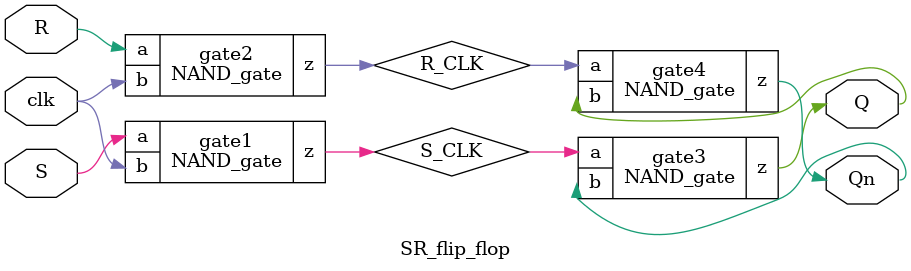
<source format=v>
`timescale 1ns / 1ps
module NAND_gate(input a, input b, output z);
    assign z = ~(a & b);
endmodule

module SR_latch(input S, input R, output Q, output Qn);
    //intermediate wires
    wire S_nand;
    wire R_nand;
    
    //instantuate NAND gates
    NAND_gate gate1(S,S,S_nand);
    NAND_gate gate2(R,R,R_nand);
    NAND_gate gate3(S_nand, Qn, Q);
    NAND_gate gate4(R_nand, Q, Qn);
endmodule

module SR_latch_EN(input S, input R, input EN, output Q, output Qn);
    //intermediate wires
    wire SEN;
    wire REN;
    
    NAND_gate gate1(S, EN, SEN);
    NAND_gate gate2(R, EN, REN);
    NAND_gate gate3(SEN, Qn, Q);
    NAND_gate gate4(REN, Q, Qn);
endmodule

module SR_flip_flop(input S, input R, input clk, output Q, output Qn);
    //intermediate wires
    wire S_CLK;
    wire R_CLK;
    
    NAND_gate gate1(S, clk, S_CLK);
    NAND_gate gate2(R, clk, R_CLK);
    NAND_gate gate3(S_CLK, Qn, Q);
    NAND_gate gate4(R_CLK, Q, Qn);
 
endmodule
</source>
